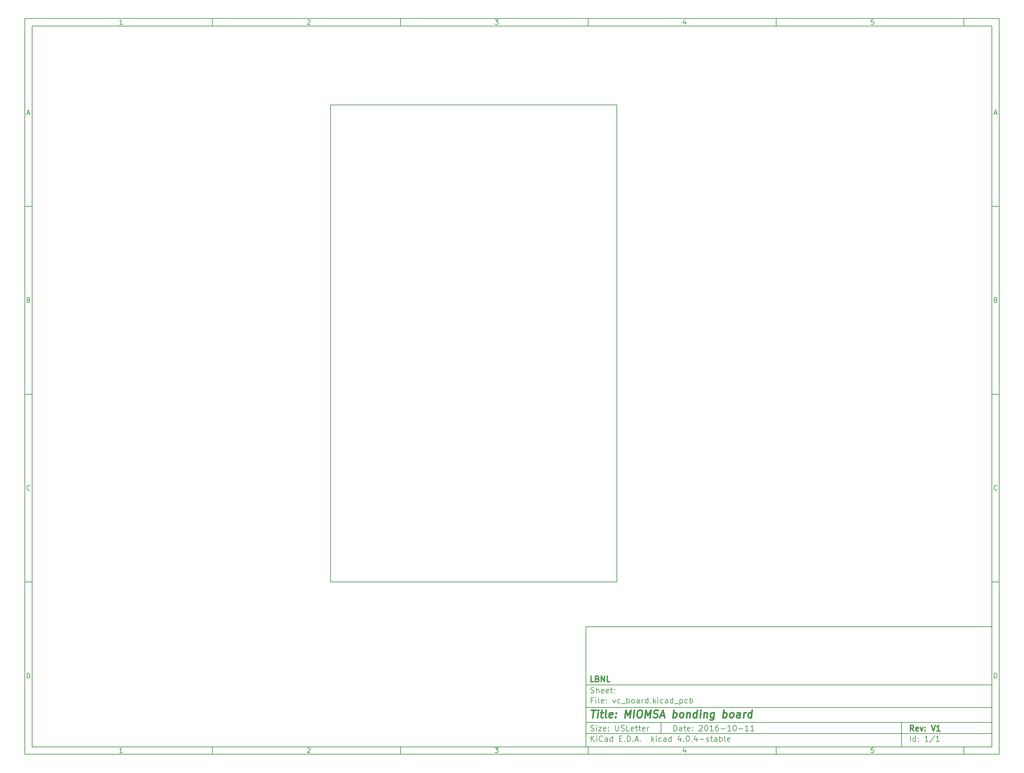
<source format=gbr>
G04 #@! TF.FileFunction,Profile,NP*
%FSLAX46Y46*%
G04 Gerber Fmt 4.6, Leading zero omitted, Abs format (unit mm)*
G04 Created by KiCad (PCBNEW 4.0.4-stable) date 2016 October 17, Monday 14:47:50*
%MOMM*%
%LPD*%
G01*
G04 APERTURE LIST*
%ADD10C,0.100000*%
%ADD11C,0.150000*%
%ADD12C,0.300000*%
%ADD13C,0.400000*%
G04 APERTURE END LIST*
D10*
D11*
X159400000Y-171900000D02*
X159400000Y-203900000D01*
X267400000Y-203900000D01*
X267400000Y-171900000D01*
X159400000Y-171900000D01*
D10*
D11*
X10000000Y-10000000D02*
X10000000Y-205900000D01*
X269400000Y-205900000D01*
X269400000Y-10000000D01*
X10000000Y-10000000D01*
D10*
D11*
X12000000Y-12000000D02*
X12000000Y-203900000D01*
X267400000Y-203900000D01*
X267400000Y-12000000D01*
X12000000Y-12000000D01*
D10*
D11*
X60000000Y-12000000D02*
X60000000Y-10000000D01*
D10*
D11*
X110000000Y-12000000D02*
X110000000Y-10000000D01*
D10*
D11*
X160000000Y-12000000D02*
X160000000Y-10000000D01*
D10*
D11*
X210000000Y-12000000D02*
X210000000Y-10000000D01*
D10*
D11*
X260000000Y-12000000D02*
X260000000Y-10000000D01*
D10*
D11*
X35990476Y-11588095D02*
X35247619Y-11588095D01*
X35619048Y-11588095D02*
X35619048Y-10288095D01*
X35495238Y-10473810D01*
X35371429Y-10597619D01*
X35247619Y-10659524D01*
D10*
D11*
X85247619Y-10411905D02*
X85309524Y-10350000D01*
X85433333Y-10288095D01*
X85742857Y-10288095D01*
X85866667Y-10350000D01*
X85928571Y-10411905D01*
X85990476Y-10535714D01*
X85990476Y-10659524D01*
X85928571Y-10845238D01*
X85185714Y-11588095D01*
X85990476Y-11588095D01*
D10*
D11*
X135185714Y-10288095D02*
X135990476Y-10288095D01*
X135557143Y-10783333D01*
X135742857Y-10783333D01*
X135866667Y-10845238D01*
X135928571Y-10907143D01*
X135990476Y-11030952D01*
X135990476Y-11340476D01*
X135928571Y-11464286D01*
X135866667Y-11526190D01*
X135742857Y-11588095D01*
X135371429Y-11588095D01*
X135247619Y-11526190D01*
X135185714Y-11464286D01*
D10*
D11*
X185866667Y-10721429D02*
X185866667Y-11588095D01*
X185557143Y-10226190D02*
X185247619Y-11154762D01*
X186052381Y-11154762D01*
D10*
D11*
X235928571Y-10288095D02*
X235309524Y-10288095D01*
X235247619Y-10907143D01*
X235309524Y-10845238D01*
X235433333Y-10783333D01*
X235742857Y-10783333D01*
X235866667Y-10845238D01*
X235928571Y-10907143D01*
X235990476Y-11030952D01*
X235990476Y-11340476D01*
X235928571Y-11464286D01*
X235866667Y-11526190D01*
X235742857Y-11588095D01*
X235433333Y-11588095D01*
X235309524Y-11526190D01*
X235247619Y-11464286D01*
D10*
D11*
X60000000Y-203900000D02*
X60000000Y-205900000D01*
D10*
D11*
X110000000Y-203900000D02*
X110000000Y-205900000D01*
D10*
D11*
X160000000Y-203900000D02*
X160000000Y-205900000D01*
D10*
D11*
X210000000Y-203900000D02*
X210000000Y-205900000D01*
D10*
D11*
X260000000Y-203900000D02*
X260000000Y-205900000D01*
D10*
D11*
X35990476Y-205488095D02*
X35247619Y-205488095D01*
X35619048Y-205488095D02*
X35619048Y-204188095D01*
X35495238Y-204373810D01*
X35371429Y-204497619D01*
X35247619Y-204559524D01*
D10*
D11*
X85247619Y-204311905D02*
X85309524Y-204250000D01*
X85433333Y-204188095D01*
X85742857Y-204188095D01*
X85866667Y-204250000D01*
X85928571Y-204311905D01*
X85990476Y-204435714D01*
X85990476Y-204559524D01*
X85928571Y-204745238D01*
X85185714Y-205488095D01*
X85990476Y-205488095D01*
D10*
D11*
X135185714Y-204188095D02*
X135990476Y-204188095D01*
X135557143Y-204683333D01*
X135742857Y-204683333D01*
X135866667Y-204745238D01*
X135928571Y-204807143D01*
X135990476Y-204930952D01*
X135990476Y-205240476D01*
X135928571Y-205364286D01*
X135866667Y-205426190D01*
X135742857Y-205488095D01*
X135371429Y-205488095D01*
X135247619Y-205426190D01*
X135185714Y-205364286D01*
D10*
D11*
X185866667Y-204621429D02*
X185866667Y-205488095D01*
X185557143Y-204126190D02*
X185247619Y-205054762D01*
X186052381Y-205054762D01*
D10*
D11*
X235928571Y-204188095D02*
X235309524Y-204188095D01*
X235247619Y-204807143D01*
X235309524Y-204745238D01*
X235433333Y-204683333D01*
X235742857Y-204683333D01*
X235866667Y-204745238D01*
X235928571Y-204807143D01*
X235990476Y-204930952D01*
X235990476Y-205240476D01*
X235928571Y-205364286D01*
X235866667Y-205426190D01*
X235742857Y-205488095D01*
X235433333Y-205488095D01*
X235309524Y-205426190D01*
X235247619Y-205364286D01*
D10*
D11*
X10000000Y-60000000D02*
X12000000Y-60000000D01*
D10*
D11*
X10000000Y-110000000D02*
X12000000Y-110000000D01*
D10*
D11*
X10000000Y-160000000D02*
X12000000Y-160000000D01*
D10*
D11*
X10690476Y-35216667D02*
X11309524Y-35216667D01*
X10566667Y-35588095D02*
X11000000Y-34288095D01*
X11433333Y-35588095D01*
D10*
D11*
X11092857Y-84907143D02*
X11278571Y-84969048D01*
X11340476Y-85030952D01*
X11402381Y-85154762D01*
X11402381Y-85340476D01*
X11340476Y-85464286D01*
X11278571Y-85526190D01*
X11154762Y-85588095D01*
X10659524Y-85588095D01*
X10659524Y-84288095D01*
X11092857Y-84288095D01*
X11216667Y-84350000D01*
X11278571Y-84411905D01*
X11340476Y-84535714D01*
X11340476Y-84659524D01*
X11278571Y-84783333D01*
X11216667Y-84845238D01*
X11092857Y-84907143D01*
X10659524Y-84907143D01*
D10*
D11*
X11402381Y-135464286D02*
X11340476Y-135526190D01*
X11154762Y-135588095D01*
X11030952Y-135588095D01*
X10845238Y-135526190D01*
X10721429Y-135402381D01*
X10659524Y-135278571D01*
X10597619Y-135030952D01*
X10597619Y-134845238D01*
X10659524Y-134597619D01*
X10721429Y-134473810D01*
X10845238Y-134350000D01*
X11030952Y-134288095D01*
X11154762Y-134288095D01*
X11340476Y-134350000D01*
X11402381Y-134411905D01*
D10*
D11*
X10659524Y-185588095D02*
X10659524Y-184288095D01*
X10969048Y-184288095D01*
X11154762Y-184350000D01*
X11278571Y-184473810D01*
X11340476Y-184597619D01*
X11402381Y-184845238D01*
X11402381Y-185030952D01*
X11340476Y-185278571D01*
X11278571Y-185402381D01*
X11154762Y-185526190D01*
X10969048Y-185588095D01*
X10659524Y-185588095D01*
D10*
D11*
X269400000Y-60000000D02*
X267400000Y-60000000D01*
D10*
D11*
X269400000Y-110000000D02*
X267400000Y-110000000D01*
D10*
D11*
X269400000Y-160000000D02*
X267400000Y-160000000D01*
D10*
D11*
X268090476Y-35216667D02*
X268709524Y-35216667D01*
X267966667Y-35588095D02*
X268400000Y-34288095D01*
X268833333Y-35588095D01*
D10*
D11*
X268492857Y-84907143D02*
X268678571Y-84969048D01*
X268740476Y-85030952D01*
X268802381Y-85154762D01*
X268802381Y-85340476D01*
X268740476Y-85464286D01*
X268678571Y-85526190D01*
X268554762Y-85588095D01*
X268059524Y-85588095D01*
X268059524Y-84288095D01*
X268492857Y-84288095D01*
X268616667Y-84350000D01*
X268678571Y-84411905D01*
X268740476Y-84535714D01*
X268740476Y-84659524D01*
X268678571Y-84783333D01*
X268616667Y-84845238D01*
X268492857Y-84907143D01*
X268059524Y-84907143D01*
D10*
D11*
X268802381Y-135464286D02*
X268740476Y-135526190D01*
X268554762Y-135588095D01*
X268430952Y-135588095D01*
X268245238Y-135526190D01*
X268121429Y-135402381D01*
X268059524Y-135278571D01*
X267997619Y-135030952D01*
X267997619Y-134845238D01*
X268059524Y-134597619D01*
X268121429Y-134473810D01*
X268245238Y-134350000D01*
X268430952Y-134288095D01*
X268554762Y-134288095D01*
X268740476Y-134350000D01*
X268802381Y-134411905D01*
D10*
D11*
X268059524Y-185588095D02*
X268059524Y-184288095D01*
X268369048Y-184288095D01*
X268554762Y-184350000D01*
X268678571Y-184473810D01*
X268740476Y-184597619D01*
X268802381Y-184845238D01*
X268802381Y-185030952D01*
X268740476Y-185278571D01*
X268678571Y-185402381D01*
X268554762Y-185526190D01*
X268369048Y-185588095D01*
X268059524Y-185588095D01*
D10*
D11*
X182757143Y-199678571D02*
X182757143Y-198178571D01*
X183114286Y-198178571D01*
X183328571Y-198250000D01*
X183471429Y-198392857D01*
X183542857Y-198535714D01*
X183614286Y-198821429D01*
X183614286Y-199035714D01*
X183542857Y-199321429D01*
X183471429Y-199464286D01*
X183328571Y-199607143D01*
X183114286Y-199678571D01*
X182757143Y-199678571D01*
X184900000Y-199678571D02*
X184900000Y-198892857D01*
X184828571Y-198750000D01*
X184685714Y-198678571D01*
X184400000Y-198678571D01*
X184257143Y-198750000D01*
X184900000Y-199607143D02*
X184757143Y-199678571D01*
X184400000Y-199678571D01*
X184257143Y-199607143D01*
X184185714Y-199464286D01*
X184185714Y-199321429D01*
X184257143Y-199178571D01*
X184400000Y-199107143D01*
X184757143Y-199107143D01*
X184900000Y-199035714D01*
X185400000Y-198678571D02*
X185971429Y-198678571D01*
X185614286Y-198178571D02*
X185614286Y-199464286D01*
X185685714Y-199607143D01*
X185828572Y-199678571D01*
X185971429Y-199678571D01*
X187042857Y-199607143D02*
X186900000Y-199678571D01*
X186614286Y-199678571D01*
X186471429Y-199607143D01*
X186400000Y-199464286D01*
X186400000Y-198892857D01*
X186471429Y-198750000D01*
X186614286Y-198678571D01*
X186900000Y-198678571D01*
X187042857Y-198750000D01*
X187114286Y-198892857D01*
X187114286Y-199035714D01*
X186400000Y-199178571D01*
X187757143Y-199535714D02*
X187828571Y-199607143D01*
X187757143Y-199678571D01*
X187685714Y-199607143D01*
X187757143Y-199535714D01*
X187757143Y-199678571D01*
X187757143Y-198750000D02*
X187828571Y-198821429D01*
X187757143Y-198892857D01*
X187685714Y-198821429D01*
X187757143Y-198750000D01*
X187757143Y-198892857D01*
X189542857Y-198321429D02*
X189614286Y-198250000D01*
X189757143Y-198178571D01*
X190114286Y-198178571D01*
X190257143Y-198250000D01*
X190328572Y-198321429D01*
X190400000Y-198464286D01*
X190400000Y-198607143D01*
X190328572Y-198821429D01*
X189471429Y-199678571D01*
X190400000Y-199678571D01*
X191328571Y-198178571D02*
X191471428Y-198178571D01*
X191614285Y-198250000D01*
X191685714Y-198321429D01*
X191757143Y-198464286D01*
X191828571Y-198750000D01*
X191828571Y-199107143D01*
X191757143Y-199392857D01*
X191685714Y-199535714D01*
X191614285Y-199607143D01*
X191471428Y-199678571D01*
X191328571Y-199678571D01*
X191185714Y-199607143D01*
X191114285Y-199535714D01*
X191042857Y-199392857D01*
X190971428Y-199107143D01*
X190971428Y-198750000D01*
X191042857Y-198464286D01*
X191114285Y-198321429D01*
X191185714Y-198250000D01*
X191328571Y-198178571D01*
X193257142Y-199678571D02*
X192399999Y-199678571D01*
X192828571Y-199678571D02*
X192828571Y-198178571D01*
X192685714Y-198392857D01*
X192542856Y-198535714D01*
X192399999Y-198607143D01*
X194542856Y-198178571D02*
X194257142Y-198178571D01*
X194114285Y-198250000D01*
X194042856Y-198321429D01*
X193899999Y-198535714D01*
X193828570Y-198821429D01*
X193828570Y-199392857D01*
X193899999Y-199535714D01*
X193971427Y-199607143D01*
X194114285Y-199678571D01*
X194399999Y-199678571D01*
X194542856Y-199607143D01*
X194614285Y-199535714D01*
X194685713Y-199392857D01*
X194685713Y-199035714D01*
X194614285Y-198892857D01*
X194542856Y-198821429D01*
X194399999Y-198750000D01*
X194114285Y-198750000D01*
X193971427Y-198821429D01*
X193899999Y-198892857D01*
X193828570Y-199035714D01*
X195328570Y-199107143D02*
X196471427Y-199107143D01*
X197971427Y-199678571D02*
X197114284Y-199678571D01*
X197542856Y-199678571D02*
X197542856Y-198178571D01*
X197399999Y-198392857D01*
X197257141Y-198535714D01*
X197114284Y-198607143D01*
X198899998Y-198178571D02*
X199042855Y-198178571D01*
X199185712Y-198250000D01*
X199257141Y-198321429D01*
X199328570Y-198464286D01*
X199399998Y-198750000D01*
X199399998Y-199107143D01*
X199328570Y-199392857D01*
X199257141Y-199535714D01*
X199185712Y-199607143D01*
X199042855Y-199678571D01*
X198899998Y-199678571D01*
X198757141Y-199607143D01*
X198685712Y-199535714D01*
X198614284Y-199392857D01*
X198542855Y-199107143D01*
X198542855Y-198750000D01*
X198614284Y-198464286D01*
X198685712Y-198321429D01*
X198757141Y-198250000D01*
X198899998Y-198178571D01*
X200042855Y-199107143D02*
X201185712Y-199107143D01*
X202685712Y-199678571D02*
X201828569Y-199678571D01*
X202257141Y-199678571D02*
X202257141Y-198178571D01*
X202114284Y-198392857D01*
X201971426Y-198535714D01*
X201828569Y-198607143D01*
X204114283Y-199678571D02*
X203257140Y-199678571D01*
X203685712Y-199678571D02*
X203685712Y-198178571D01*
X203542855Y-198392857D01*
X203399997Y-198535714D01*
X203257140Y-198607143D01*
D10*
D11*
X159400000Y-200400000D02*
X267400000Y-200400000D01*
D10*
D11*
X160757143Y-202478571D02*
X160757143Y-200978571D01*
X161614286Y-202478571D02*
X160971429Y-201621429D01*
X161614286Y-200978571D02*
X160757143Y-201835714D01*
X162257143Y-202478571D02*
X162257143Y-201478571D01*
X162257143Y-200978571D02*
X162185714Y-201050000D01*
X162257143Y-201121429D01*
X162328571Y-201050000D01*
X162257143Y-200978571D01*
X162257143Y-201121429D01*
X163828572Y-202335714D02*
X163757143Y-202407143D01*
X163542857Y-202478571D01*
X163400000Y-202478571D01*
X163185715Y-202407143D01*
X163042857Y-202264286D01*
X162971429Y-202121429D01*
X162900000Y-201835714D01*
X162900000Y-201621429D01*
X162971429Y-201335714D01*
X163042857Y-201192857D01*
X163185715Y-201050000D01*
X163400000Y-200978571D01*
X163542857Y-200978571D01*
X163757143Y-201050000D01*
X163828572Y-201121429D01*
X165114286Y-202478571D02*
X165114286Y-201692857D01*
X165042857Y-201550000D01*
X164900000Y-201478571D01*
X164614286Y-201478571D01*
X164471429Y-201550000D01*
X165114286Y-202407143D02*
X164971429Y-202478571D01*
X164614286Y-202478571D01*
X164471429Y-202407143D01*
X164400000Y-202264286D01*
X164400000Y-202121429D01*
X164471429Y-201978571D01*
X164614286Y-201907143D01*
X164971429Y-201907143D01*
X165114286Y-201835714D01*
X166471429Y-202478571D02*
X166471429Y-200978571D01*
X166471429Y-202407143D02*
X166328572Y-202478571D01*
X166042858Y-202478571D01*
X165900000Y-202407143D01*
X165828572Y-202335714D01*
X165757143Y-202192857D01*
X165757143Y-201764286D01*
X165828572Y-201621429D01*
X165900000Y-201550000D01*
X166042858Y-201478571D01*
X166328572Y-201478571D01*
X166471429Y-201550000D01*
X168328572Y-201692857D02*
X168828572Y-201692857D01*
X169042858Y-202478571D02*
X168328572Y-202478571D01*
X168328572Y-200978571D01*
X169042858Y-200978571D01*
X169685715Y-202335714D02*
X169757143Y-202407143D01*
X169685715Y-202478571D01*
X169614286Y-202407143D01*
X169685715Y-202335714D01*
X169685715Y-202478571D01*
X170400001Y-202478571D02*
X170400001Y-200978571D01*
X170757144Y-200978571D01*
X170971429Y-201050000D01*
X171114287Y-201192857D01*
X171185715Y-201335714D01*
X171257144Y-201621429D01*
X171257144Y-201835714D01*
X171185715Y-202121429D01*
X171114287Y-202264286D01*
X170971429Y-202407143D01*
X170757144Y-202478571D01*
X170400001Y-202478571D01*
X171900001Y-202335714D02*
X171971429Y-202407143D01*
X171900001Y-202478571D01*
X171828572Y-202407143D01*
X171900001Y-202335714D01*
X171900001Y-202478571D01*
X172542858Y-202050000D02*
X173257144Y-202050000D01*
X172400001Y-202478571D02*
X172900001Y-200978571D01*
X173400001Y-202478571D01*
X173900001Y-202335714D02*
X173971429Y-202407143D01*
X173900001Y-202478571D01*
X173828572Y-202407143D01*
X173900001Y-202335714D01*
X173900001Y-202478571D01*
X176900001Y-202478571D02*
X176900001Y-200978571D01*
X177042858Y-201907143D02*
X177471429Y-202478571D01*
X177471429Y-201478571D02*
X176900001Y-202050000D01*
X178114287Y-202478571D02*
X178114287Y-201478571D01*
X178114287Y-200978571D02*
X178042858Y-201050000D01*
X178114287Y-201121429D01*
X178185715Y-201050000D01*
X178114287Y-200978571D01*
X178114287Y-201121429D01*
X179471430Y-202407143D02*
X179328573Y-202478571D01*
X179042859Y-202478571D01*
X178900001Y-202407143D01*
X178828573Y-202335714D01*
X178757144Y-202192857D01*
X178757144Y-201764286D01*
X178828573Y-201621429D01*
X178900001Y-201550000D01*
X179042859Y-201478571D01*
X179328573Y-201478571D01*
X179471430Y-201550000D01*
X180757144Y-202478571D02*
X180757144Y-201692857D01*
X180685715Y-201550000D01*
X180542858Y-201478571D01*
X180257144Y-201478571D01*
X180114287Y-201550000D01*
X180757144Y-202407143D02*
X180614287Y-202478571D01*
X180257144Y-202478571D01*
X180114287Y-202407143D01*
X180042858Y-202264286D01*
X180042858Y-202121429D01*
X180114287Y-201978571D01*
X180257144Y-201907143D01*
X180614287Y-201907143D01*
X180757144Y-201835714D01*
X182114287Y-202478571D02*
X182114287Y-200978571D01*
X182114287Y-202407143D02*
X181971430Y-202478571D01*
X181685716Y-202478571D01*
X181542858Y-202407143D01*
X181471430Y-202335714D01*
X181400001Y-202192857D01*
X181400001Y-201764286D01*
X181471430Y-201621429D01*
X181542858Y-201550000D01*
X181685716Y-201478571D01*
X181971430Y-201478571D01*
X182114287Y-201550000D01*
X184614287Y-201478571D02*
X184614287Y-202478571D01*
X184257144Y-200907143D02*
X183900001Y-201978571D01*
X184828573Y-201978571D01*
X185400001Y-202335714D02*
X185471429Y-202407143D01*
X185400001Y-202478571D01*
X185328572Y-202407143D01*
X185400001Y-202335714D01*
X185400001Y-202478571D01*
X186400001Y-200978571D02*
X186542858Y-200978571D01*
X186685715Y-201050000D01*
X186757144Y-201121429D01*
X186828573Y-201264286D01*
X186900001Y-201550000D01*
X186900001Y-201907143D01*
X186828573Y-202192857D01*
X186757144Y-202335714D01*
X186685715Y-202407143D01*
X186542858Y-202478571D01*
X186400001Y-202478571D01*
X186257144Y-202407143D01*
X186185715Y-202335714D01*
X186114287Y-202192857D01*
X186042858Y-201907143D01*
X186042858Y-201550000D01*
X186114287Y-201264286D01*
X186185715Y-201121429D01*
X186257144Y-201050000D01*
X186400001Y-200978571D01*
X187542858Y-202335714D02*
X187614286Y-202407143D01*
X187542858Y-202478571D01*
X187471429Y-202407143D01*
X187542858Y-202335714D01*
X187542858Y-202478571D01*
X188900001Y-201478571D02*
X188900001Y-202478571D01*
X188542858Y-200907143D02*
X188185715Y-201978571D01*
X189114287Y-201978571D01*
X189685715Y-201907143D02*
X190828572Y-201907143D01*
X191471429Y-202407143D02*
X191614286Y-202478571D01*
X191900001Y-202478571D01*
X192042858Y-202407143D01*
X192114286Y-202264286D01*
X192114286Y-202192857D01*
X192042858Y-202050000D01*
X191900001Y-201978571D01*
X191685715Y-201978571D01*
X191542858Y-201907143D01*
X191471429Y-201764286D01*
X191471429Y-201692857D01*
X191542858Y-201550000D01*
X191685715Y-201478571D01*
X191900001Y-201478571D01*
X192042858Y-201550000D01*
X192542858Y-201478571D02*
X193114287Y-201478571D01*
X192757144Y-200978571D02*
X192757144Y-202264286D01*
X192828572Y-202407143D01*
X192971430Y-202478571D01*
X193114287Y-202478571D01*
X194257144Y-202478571D02*
X194257144Y-201692857D01*
X194185715Y-201550000D01*
X194042858Y-201478571D01*
X193757144Y-201478571D01*
X193614287Y-201550000D01*
X194257144Y-202407143D02*
X194114287Y-202478571D01*
X193757144Y-202478571D01*
X193614287Y-202407143D01*
X193542858Y-202264286D01*
X193542858Y-202121429D01*
X193614287Y-201978571D01*
X193757144Y-201907143D01*
X194114287Y-201907143D01*
X194257144Y-201835714D01*
X194971430Y-202478571D02*
X194971430Y-200978571D01*
X194971430Y-201550000D02*
X195114287Y-201478571D01*
X195400001Y-201478571D01*
X195542858Y-201550000D01*
X195614287Y-201621429D01*
X195685716Y-201764286D01*
X195685716Y-202192857D01*
X195614287Y-202335714D01*
X195542858Y-202407143D01*
X195400001Y-202478571D01*
X195114287Y-202478571D01*
X194971430Y-202407143D01*
X196542859Y-202478571D02*
X196400001Y-202407143D01*
X196328573Y-202264286D01*
X196328573Y-200978571D01*
X197685715Y-202407143D02*
X197542858Y-202478571D01*
X197257144Y-202478571D01*
X197114287Y-202407143D01*
X197042858Y-202264286D01*
X197042858Y-201692857D01*
X197114287Y-201550000D01*
X197257144Y-201478571D01*
X197542858Y-201478571D01*
X197685715Y-201550000D01*
X197757144Y-201692857D01*
X197757144Y-201835714D01*
X197042858Y-201978571D01*
D10*
D11*
X159400000Y-197400000D02*
X267400000Y-197400000D01*
D10*
D12*
X246614286Y-199678571D02*
X246114286Y-198964286D01*
X245757143Y-199678571D02*
X245757143Y-198178571D01*
X246328571Y-198178571D01*
X246471429Y-198250000D01*
X246542857Y-198321429D01*
X246614286Y-198464286D01*
X246614286Y-198678571D01*
X246542857Y-198821429D01*
X246471429Y-198892857D01*
X246328571Y-198964286D01*
X245757143Y-198964286D01*
X247828571Y-199607143D02*
X247685714Y-199678571D01*
X247400000Y-199678571D01*
X247257143Y-199607143D01*
X247185714Y-199464286D01*
X247185714Y-198892857D01*
X247257143Y-198750000D01*
X247400000Y-198678571D01*
X247685714Y-198678571D01*
X247828571Y-198750000D01*
X247900000Y-198892857D01*
X247900000Y-199035714D01*
X247185714Y-199178571D01*
X248400000Y-198678571D02*
X248757143Y-199678571D01*
X249114285Y-198678571D01*
X249685714Y-199535714D02*
X249757142Y-199607143D01*
X249685714Y-199678571D01*
X249614285Y-199607143D01*
X249685714Y-199535714D01*
X249685714Y-199678571D01*
X249685714Y-198750000D02*
X249757142Y-198821429D01*
X249685714Y-198892857D01*
X249614285Y-198821429D01*
X249685714Y-198750000D01*
X249685714Y-198892857D01*
X251328571Y-198178571D02*
X251828571Y-199678571D01*
X252328571Y-198178571D01*
X253614285Y-199678571D02*
X252757142Y-199678571D01*
X253185714Y-199678571D02*
X253185714Y-198178571D01*
X253042857Y-198392857D01*
X252899999Y-198535714D01*
X252757142Y-198607143D01*
D10*
D11*
X160685714Y-199607143D02*
X160900000Y-199678571D01*
X161257143Y-199678571D01*
X161400000Y-199607143D01*
X161471429Y-199535714D01*
X161542857Y-199392857D01*
X161542857Y-199250000D01*
X161471429Y-199107143D01*
X161400000Y-199035714D01*
X161257143Y-198964286D01*
X160971429Y-198892857D01*
X160828571Y-198821429D01*
X160757143Y-198750000D01*
X160685714Y-198607143D01*
X160685714Y-198464286D01*
X160757143Y-198321429D01*
X160828571Y-198250000D01*
X160971429Y-198178571D01*
X161328571Y-198178571D01*
X161542857Y-198250000D01*
X162185714Y-199678571D02*
X162185714Y-198678571D01*
X162185714Y-198178571D02*
X162114285Y-198250000D01*
X162185714Y-198321429D01*
X162257142Y-198250000D01*
X162185714Y-198178571D01*
X162185714Y-198321429D01*
X162757143Y-198678571D02*
X163542857Y-198678571D01*
X162757143Y-199678571D01*
X163542857Y-199678571D01*
X164685714Y-199607143D02*
X164542857Y-199678571D01*
X164257143Y-199678571D01*
X164114286Y-199607143D01*
X164042857Y-199464286D01*
X164042857Y-198892857D01*
X164114286Y-198750000D01*
X164257143Y-198678571D01*
X164542857Y-198678571D01*
X164685714Y-198750000D01*
X164757143Y-198892857D01*
X164757143Y-199035714D01*
X164042857Y-199178571D01*
X165400000Y-199535714D02*
X165471428Y-199607143D01*
X165400000Y-199678571D01*
X165328571Y-199607143D01*
X165400000Y-199535714D01*
X165400000Y-199678571D01*
X165400000Y-198750000D02*
X165471428Y-198821429D01*
X165400000Y-198892857D01*
X165328571Y-198821429D01*
X165400000Y-198750000D01*
X165400000Y-198892857D01*
X167257143Y-198178571D02*
X167257143Y-199392857D01*
X167328571Y-199535714D01*
X167400000Y-199607143D01*
X167542857Y-199678571D01*
X167828571Y-199678571D01*
X167971429Y-199607143D01*
X168042857Y-199535714D01*
X168114286Y-199392857D01*
X168114286Y-198178571D01*
X168757143Y-199607143D02*
X168971429Y-199678571D01*
X169328572Y-199678571D01*
X169471429Y-199607143D01*
X169542858Y-199535714D01*
X169614286Y-199392857D01*
X169614286Y-199250000D01*
X169542858Y-199107143D01*
X169471429Y-199035714D01*
X169328572Y-198964286D01*
X169042858Y-198892857D01*
X168900000Y-198821429D01*
X168828572Y-198750000D01*
X168757143Y-198607143D01*
X168757143Y-198464286D01*
X168828572Y-198321429D01*
X168900000Y-198250000D01*
X169042858Y-198178571D01*
X169400000Y-198178571D01*
X169614286Y-198250000D01*
X170971429Y-199678571D02*
X170257143Y-199678571D01*
X170257143Y-198178571D01*
X172042857Y-199607143D02*
X171900000Y-199678571D01*
X171614286Y-199678571D01*
X171471429Y-199607143D01*
X171400000Y-199464286D01*
X171400000Y-198892857D01*
X171471429Y-198750000D01*
X171614286Y-198678571D01*
X171900000Y-198678571D01*
X172042857Y-198750000D01*
X172114286Y-198892857D01*
X172114286Y-199035714D01*
X171400000Y-199178571D01*
X172542857Y-198678571D02*
X173114286Y-198678571D01*
X172757143Y-198178571D02*
X172757143Y-199464286D01*
X172828571Y-199607143D01*
X172971429Y-199678571D01*
X173114286Y-199678571D01*
X173400000Y-198678571D02*
X173971429Y-198678571D01*
X173614286Y-198178571D02*
X173614286Y-199464286D01*
X173685714Y-199607143D01*
X173828572Y-199678571D01*
X173971429Y-199678571D01*
X175042857Y-199607143D02*
X174900000Y-199678571D01*
X174614286Y-199678571D01*
X174471429Y-199607143D01*
X174400000Y-199464286D01*
X174400000Y-198892857D01*
X174471429Y-198750000D01*
X174614286Y-198678571D01*
X174900000Y-198678571D01*
X175042857Y-198750000D01*
X175114286Y-198892857D01*
X175114286Y-199035714D01*
X174400000Y-199178571D01*
X175757143Y-199678571D02*
X175757143Y-198678571D01*
X175757143Y-198964286D02*
X175828571Y-198821429D01*
X175900000Y-198750000D01*
X176042857Y-198678571D01*
X176185714Y-198678571D01*
D10*
D11*
X245757143Y-202478571D02*
X245757143Y-200978571D01*
X247114286Y-202478571D02*
X247114286Y-200978571D01*
X247114286Y-202407143D02*
X246971429Y-202478571D01*
X246685715Y-202478571D01*
X246542857Y-202407143D01*
X246471429Y-202335714D01*
X246400000Y-202192857D01*
X246400000Y-201764286D01*
X246471429Y-201621429D01*
X246542857Y-201550000D01*
X246685715Y-201478571D01*
X246971429Y-201478571D01*
X247114286Y-201550000D01*
X247828572Y-202335714D02*
X247900000Y-202407143D01*
X247828572Y-202478571D01*
X247757143Y-202407143D01*
X247828572Y-202335714D01*
X247828572Y-202478571D01*
X247828572Y-201550000D02*
X247900000Y-201621429D01*
X247828572Y-201692857D01*
X247757143Y-201621429D01*
X247828572Y-201550000D01*
X247828572Y-201692857D01*
X250471429Y-202478571D02*
X249614286Y-202478571D01*
X250042858Y-202478571D02*
X250042858Y-200978571D01*
X249900001Y-201192857D01*
X249757143Y-201335714D01*
X249614286Y-201407143D01*
X252185714Y-200907143D02*
X250900000Y-202835714D01*
X253471429Y-202478571D02*
X252614286Y-202478571D01*
X253042858Y-202478571D02*
X253042858Y-200978571D01*
X252900001Y-201192857D01*
X252757143Y-201335714D01*
X252614286Y-201407143D01*
D10*
D11*
X159400000Y-193400000D02*
X267400000Y-193400000D01*
D10*
D13*
X160852381Y-194104762D02*
X161995238Y-194104762D01*
X161173810Y-196104762D02*
X161423810Y-194104762D01*
X162411905Y-196104762D02*
X162578571Y-194771429D01*
X162661905Y-194104762D02*
X162554762Y-194200000D01*
X162638095Y-194295238D01*
X162745239Y-194200000D01*
X162661905Y-194104762D01*
X162638095Y-194295238D01*
X163245238Y-194771429D02*
X164007143Y-194771429D01*
X163614286Y-194104762D02*
X163400000Y-195819048D01*
X163471430Y-196009524D01*
X163650001Y-196104762D01*
X163840477Y-196104762D01*
X164792858Y-196104762D02*
X164614287Y-196009524D01*
X164542857Y-195819048D01*
X164757143Y-194104762D01*
X166328572Y-196009524D02*
X166126191Y-196104762D01*
X165745239Y-196104762D01*
X165566667Y-196009524D01*
X165495238Y-195819048D01*
X165590476Y-195057143D01*
X165709524Y-194866667D01*
X165911905Y-194771429D01*
X166292857Y-194771429D01*
X166471429Y-194866667D01*
X166542857Y-195057143D01*
X166519048Y-195247619D01*
X165542857Y-195438095D01*
X167292857Y-195914286D02*
X167376192Y-196009524D01*
X167269048Y-196104762D01*
X167185715Y-196009524D01*
X167292857Y-195914286D01*
X167269048Y-196104762D01*
X167423810Y-194866667D02*
X167507144Y-194961905D01*
X167400000Y-195057143D01*
X167316667Y-194961905D01*
X167423810Y-194866667D01*
X167400000Y-195057143D01*
X169745239Y-196104762D02*
X169995239Y-194104762D01*
X170483334Y-195533333D01*
X171328573Y-194104762D01*
X171078573Y-196104762D01*
X172030953Y-196104762D02*
X172280953Y-194104762D01*
X173614287Y-194104762D02*
X173995239Y-194104762D01*
X174173810Y-194200000D01*
X174340478Y-194390476D01*
X174388096Y-194771429D01*
X174304763Y-195438095D01*
X174161906Y-195819048D01*
X173947620Y-196009524D01*
X173745239Y-196104762D01*
X173364287Y-196104762D01*
X173185716Y-196009524D01*
X173019048Y-195819048D01*
X172971429Y-195438095D01*
X173054762Y-194771429D01*
X173197620Y-194390476D01*
X173411906Y-194200000D01*
X173614287Y-194104762D01*
X175078572Y-196104762D02*
X175328572Y-194104762D01*
X175816667Y-195533333D01*
X176661906Y-194104762D01*
X176411906Y-196104762D01*
X177280953Y-196009524D02*
X177554763Y-196104762D01*
X178030953Y-196104762D01*
X178233334Y-196009524D01*
X178340476Y-195914286D01*
X178459525Y-195723810D01*
X178483334Y-195533333D01*
X178411905Y-195342857D01*
X178328572Y-195247619D01*
X178150000Y-195152381D01*
X177780953Y-195057143D01*
X177602382Y-194961905D01*
X177519048Y-194866667D01*
X177447619Y-194676190D01*
X177471429Y-194485714D01*
X177590476Y-194295238D01*
X177697620Y-194200000D01*
X177900001Y-194104762D01*
X178376191Y-194104762D01*
X178650001Y-194200000D01*
X179245238Y-195533333D02*
X180197619Y-195533333D01*
X178983334Y-196104762D02*
X179900001Y-194104762D01*
X180316668Y-196104762D01*
X182507144Y-196104762D02*
X182757144Y-194104762D01*
X182661906Y-194866667D02*
X182864287Y-194771429D01*
X183245239Y-194771429D01*
X183423811Y-194866667D01*
X183507144Y-194961905D01*
X183578572Y-195152381D01*
X183507144Y-195723810D01*
X183388096Y-195914286D01*
X183280954Y-196009524D01*
X183078573Y-196104762D01*
X182697621Y-196104762D01*
X182519049Y-196009524D01*
X184602383Y-196104762D02*
X184423812Y-196009524D01*
X184340477Y-195914286D01*
X184269049Y-195723810D01*
X184340477Y-195152381D01*
X184459525Y-194961905D01*
X184566669Y-194866667D01*
X184769049Y-194771429D01*
X185054763Y-194771429D01*
X185233335Y-194866667D01*
X185316668Y-194961905D01*
X185388096Y-195152381D01*
X185316668Y-195723810D01*
X185197620Y-195914286D01*
X185090478Y-196009524D01*
X184888097Y-196104762D01*
X184602383Y-196104762D01*
X186292858Y-194771429D02*
X186126192Y-196104762D01*
X186269049Y-194961905D02*
X186376193Y-194866667D01*
X186578573Y-194771429D01*
X186864287Y-194771429D01*
X187042859Y-194866667D01*
X187114287Y-195057143D01*
X186983335Y-196104762D01*
X188792859Y-196104762D02*
X189042859Y-194104762D01*
X188804764Y-196009524D02*
X188602383Y-196104762D01*
X188221431Y-196104762D01*
X188042860Y-196009524D01*
X187959525Y-195914286D01*
X187888097Y-195723810D01*
X187959525Y-195152381D01*
X188078573Y-194961905D01*
X188185717Y-194866667D01*
X188388097Y-194771429D01*
X188769049Y-194771429D01*
X188947621Y-194866667D01*
X189745240Y-196104762D02*
X189911906Y-194771429D01*
X189995240Y-194104762D02*
X189888097Y-194200000D01*
X189971430Y-194295238D01*
X190078574Y-194200000D01*
X189995240Y-194104762D01*
X189971430Y-194295238D01*
X190864287Y-194771429D02*
X190697621Y-196104762D01*
X190840478Y-194961905D02*
X190947622Y-194866667D01*
X191150002Y-194771429D01*
X191435716Y-194771429D01*
X191614288Y-194866667D01*
X191685716Y-195057143D01*
X191554764Y-196104762D01*
X193530954Y-194771429D02*
X193328573Y-196390476D01*
X193209526Y-196580952D01*
X193102383Y-196676190D01*
X192900002Y-196771429D01*
X192614288Y-196771429D01*
X192435716Y-196676190D01*
X193376193Y-196009524D02*
X193173812Y-196104762D01*
X192792860Y-196104762D01*
X192614289Y-196009524D01*
X192530954Y-195914286D01*
X192459526Y-195723810D01*
X192530954Y-195152381D01*
X192650002Y-194961905D01*
X192757146Y-194866667D01*
X192959526Y-194771429D01*
X193340478Y-194771429D01*
X193519050Y-194866667D01*
X195840479Y-196104762D02*
X196090479Y-194104762D01*
X195995241Y-194866667D02*
X196197622Y-194771429D01*
X196578574Y-194771429D01*
X196757146Y-194866667D01*
X196840479Y-194961905D01*
X196911907Y-195152381D01*
X196840479Y-195723810D01*
X196721431Y-195914286D01*
X196614289Y-196009524D01*
X196411908Y-196104762D01*
X196030956Y-196104762D01*
X195852384Y-196009524D01*
X197935718Y-196104762D02*
X197757147Y-196009524D01*
X197673812Y-195914286D01*
X197602384Y-195723810D01*
X197673812Y-195152381D01*
X197792860Y-194961905D01*
X197900004Y-194866667D01*
X198102384Y-194771429D01*
X198388098Y-194771429D01*
X198566670Y-194866667D01*
X198650003Y-194961905D01*
X198721431Y-195152381D01*
X198650003Y-195723810D01*
X198530955Y-195914286D01*
X198423813Y-196009524D01*
X198221432Y-196104762D01*
X197935718Y-196104762D01*
X200316670Y-196104762D02*
X200447622Y-195057143D01*
X200376194Y-194866667D01*
X200197622Y-194771429D01*
X199816670Y-194771429D01*
X199614289Y-194866667D01*
X200328575Y-196009524D02*
X200126194Y-196104762D01*
X199650004Y-196104762D01*
X199471432Y-196009524D01*
X199400003Y-195819048D01*
X199423813Y-195628571D01*
X199542860Y-195438095D01*
X199745242Y-195342857D01*
X200221432Y-195342857D01*
X200423813Y-195247619D01*
X201269051Y-196104762D02*
X201435717Y-194771429D01*
X201388098Y-195152381D02*
X201507147Y-194961905D01*
X201614290Y-194866667D01*
X201816670Y-194771429D01*
X202007146Y-194771429D01*
X203364289Y-196104762D02*
X203614289Y-194104762D01*
X203376194Y-196009524D02*
X203173813Y-196104762D01*
X202792861Y-196104762D01*
X202614290Y-196009524D01*
X202530955Y-195914286D01*
X202459527Y-195723810D01*
X202530955Y-195152381D01*
X202650003Y-194961905D01*
X202757147Y-194866667D01*
X202959527Y-194771429D01*
X203340479Y-194771429D01*
X203519051Y-194866667D01*
D10*
D11*
X161257143Y-191492857D02*
X160757143Y-191492857D01*
X160757143Y-192278571D02*
X160757143Y-190778571D01*
X161471429Y-190778571D01*
X162042857Y-192278571D02*
X162042857Y-191278571D01*
X162042857Y-190778571D02*
X161971428Y-190850000D01*
X162042857Y-190921429D01*
X162114285Y-190850000D01*
X162042857Y-190778571D01*
X162042857Y-190921429D01*
X162971429Y-192278571D02*
X162828571Y-192207143D01*
X162757143Y-192064286D01*
X162757143Y-190778571D01*
X164114285Y-192207143D02*
X163971428Y-192278571D01*
X163685714Y-192278571D01*
X163542857Y-192207143D01*
X163471428Y-192064286D01*
X163471428Y-191492857D01*
X163542857Y-191350000D01*
X163685714Y-191278571D01*
X163971428Y-191278571D01*
X164114285Y-191350000D01*
X164185714Y-191492857D01*
X164185714Y-191635714D01*
X163471428Y-191778571D01*
X164828571Y-192135714D02*
X164899999Y-192207143D01*
X164828571Y-192278571D01*
X164757142Y-192207143D01*
X164828571Y-192135714D01*
X164828571Y-192278571D01*
X164828571Y-191350000D02*
X164899999Y-191421429D01*
X164828571Y-191492857D01*
X164757142Y-191421429D01*
X164828571Y-191350000D01*
X164828571Y-191492857D01*
X166542857Y-191278571D02*
X166900000Y-192278571D01*
X167257142Y-191278571D01*
X168471428Y-192207143D02*
X168328571Y-192278571D01*
X168042857Y-192278571D01*
X167899999Y-192207143D01*
X167828571Y-192135714D01*
X167757142Y-191992857D01*
X167757142Y-191564286D01*
X167828571Y-191421429D01*
X167899999Y-191350000D01*
X168042857Y-191278571D01*
X168328571Y-191278571D01*
X168471428Y-191350000D01*
X168757142Y-192421429D02*
X169899999Y-192421429D01*
X170257142Y-192278571D02*
X170257142Y-190778571D01*
X170257142Y-191350000D02*
X170399999Y-191278571D01*
X170685713Y-191278571D01*
X170828570Y-191350000D01*
X170899999Y-191421429D01*
X170971428Y-191564286D01*
X170971428Y-191992857D01*
X170899999Y-192135714D01*
X170828570Y-192207143D01*
X170685713Y-192278571D01*
X170399999Y-192278571D01*
X170257142Y-192207143D01*
X171828571Y-192278571D02*
X171685713Y-192207143D01*
X171614285Y-192135714D01*
X171542856Y-191992857D01*
X171542856Y-191564286D01*
X171614285Y-191421429D01*
X171685713Y-191350000D01*
X171828571Y-191278571D01*
X172042856Y-191278571D01*
X172185713Y-191350000D01*
X172257142Y-191421429D01*
X172328571Y-191564286D01*
X172328571Y-191992857D01*
X172257142Y-192135714D01*
X172185713Y-192207143D01*
X172042856Y-192278571D01*
X171828571Y-192278571D01*
X173614285Y-192278571D02*
X173614285Y-191492857D01*
X173542856Y-191350000D01*
X173399999Y-191278571D01*
X173114285Y-191278571D01*
X172971428Y-191350000D01*
X173614285Y-192207143D02*
X173471428Y-192278571D01*
X173114285Y-192278571D01*
X172971428Y-192207143D01*
X172899999Y-192064286D01*
X172899999Y-191921429D01*
X172971428Y-191778571D01*
X173114285Y-191707143D01*
X173471428Y-191707143D01*
X173614285Y-191635714D01*
X174328571Y-192278571D02*
X174328571Y-191278571D01*
X174328571Y-191564286D02*
X174399999Y-191421429D01*
X174471428Y-191350000D01*
X174614285Y-191278571D01*
X174757142Y-191278571D01*
X175899999Y-192278571D02*
X175899999Y-190778571D01*
X175899999Y-192207143D02*
X175757142Y-192278571D01*
X175471428Y-192278571D01*
X175328570Y-192207143D01*
X175257142Y-192135714D01*
X175185713Y-191992857D01*
X175185713Y-191564286D01*
X175257142Y-191421429D01*
X175328570Y-191350000D01*
X175471428Y-191278571D01*
X175757142Y-191278571D01*
X175899999Y-191350000D01*
X176614285Y-192135714D02*
X176685713Y-192207143D01*
X176614285Y-192278571D01*
X176542856Y-192207143D01*
X176614285Y-192135714D01*
X176614285Y-192278571D01*
X177328571Y-192278571D02*
X177328571Y-190778571D01*
X177471428Y-191707143D02*
X177899999Y-192278571D01*
X177899999Y-191278571D02*
X177328571Y-191850000D01*
X178542857Y-192278571D02*
X178542857Y-191278571D01*
X178542857Y-190778571D02*
X178471428Y-190850000D01*
X178542857Y-190921429D01*
X178614285Y-190850000D01*
X178542857Y-190778571D01*
X178542857Y-190921429D01*
X179900000Y-192207143D02*
X179757143Y-192278571D01*
X179471429Y-192278571D01*
X179328571Y-192207143D01*
X179257143Y-192135714D01*
X179185714Y-191992857D01*
X179185714Y-191564286D01*
X179257143Y-191421429D01*
X179328571Y-191350000D01*
X179471429Y-191278571D01*
X179757143Y-191278571D01*
X179900000Y-191350000D01*
X181185714Y-192278571D02*
X181185714Y-191492857D01*
X181114285Y-191350000D01*
X180971428Y-191278571D01*
X180685714Y-191278571D01*
X180542857Y-191350000D01*
X181185714Y-192207143D02*
X181042857Y-192278571D01*
X180685714Y-192278571D01*
X180542857Y-192207143D01*
X180471428Y-192064286D01*
X180471428Y-191921429D01*
X180542857Y-191778571D01*
X180685714Y-191707143D01*
X181042857Y-191707143D01*
X181185714Y-191635714D01*
X182542857Y-192278571D02*
X182542857Y-190778571D01*
X182542857Y-192207143D02*
X182400000Y-192278571D01*
X182114286Y-192278571D01*
X181971428Y-192207143D01*
X181900000Y-192135714D01*
X181828571Y-191992857D01*
X181828571Y-191564286D01*
X181900000Y-191421429D01*
X181971428Y-191350000D01*
X182114286Y-191278571D01*
X182400000Y-191278571D01*
X182542857Y-191350000D01*
X182900000Y-192421429D02*
X184042857Y-192421429D01*
X184400000Y-191278571D02*
X184400000Y-192778571D01*
X184400000Y-191350000D02*
X184542857Y-191278571D01*
X184828571Y-191278571D01*
X184971428Y-191350000D01*
X185042857Y-191421429D01*
X185114286Y-191564286D01*
X185114286Y-191992857D01*
X185042857Y-192135714D01*
X184971428Y-192207143D01*
X184828571Y-192278571D01*
X184542857Y-192278571D01*
X184400000Y-192207143D01*
X186400000Y-192207143D02*
X186257143Y-192278571D01*
X185971429Y-192278571D01*
X185828571Y-192207143D01*
X185757143Y-192135714D01*
X185685714Y-191992857D01*
X185685714Y-191564286D01*
X185757143Y-191421429D01*
X185828571Y-191350000D01*
X185971429Y-191278571D01*
X186257143Y-191278571D01*
X186400000Y-191350000D01*
X187042857Y-192278571D02*
X187042857Y-190778571D01*
X187042857Y-191350000D02*
X187185714Y-191278571D01*
X187471428Y-191278571D01*
X187614285Y-191350000D01*
X187685714Y-191421429D01*
X187757143Y-191564286D01*
X187757143Y-191992857D01*
X187685714Y-192135714D01*
X187614285Y-192207143D01*
X187471428Y-192278571D01*
X187185714Y-192278571D01*
X187042857Y-192207143D01*
D10*
D11*
X159400000Y-187400000D02*
X267400000Y-187400000D01*
D10*
D11*
X160685714Y-189507143D02*
X160900000Y-189578571D01*
X161257143Y-189578571D01*
X161400000Y-189507143D01*
X161471429Y-189435714D01*
X161542857Y-189292857D01*
X161542857Y-189150000D01*
X161471429Y-189007143D01*
X161400000Y-188935714D01*
X161257143Y-188864286D01*
X160971429Y-188792857D01*
X160828571Y-188721429D01*
X160757143Y-188650000D01*
X160685714Y-188507143D01*
X160685714Y-188364286D01*
X160757143Y-188221429D01*
X160828571Y-188150000D01*
X160971429Y-188078571D01*
X161328571Y-188078571D01*
X161542857Y-188150000D01*
X162185714Y-189578571D02*
X162185714Y-188078571D01*
X162828571Y-189578571D02*
X162828571Y-188792857D01*
X162757142Y-188650000D01*
X162614285Y-188578571D01*
X162400000Y-188578571D01*
X162257142Y-188650000D01*
X162185714Y-188721429D01*
X164114285Y-189507143D02*
X163971428Y-189578571D01*
X163685714Y-189578571D01*
X163542857Y-189507143D01*
X163471428Y-189364286D01*
X163471428Y-188792857D01*
X163542857Y-188650000D01*
X163685714Y-188578571D01*
X163971428Y-188578571D01*
X164114285Y-188650000D01*
X164185714Y-188792857D01*
X164185714Y-188935714D01*
X163471428Y-189078571D01*
X165399999Y-189507143D02*
X165257142Y-189578571D01*
X164971428Y-189578571D01*
X164828571Y-189507143D01*
X164757142Y-189364286D01*
X164757142Y-188792857D01*
X164828571Y-188650000D01*
X164971428Y-188578571D01*
X165257142Y-188578571D01*
X165399999Y-188650000D01*
X165471428Y-188792857D01*
X165471428Y-188935714D01*
X164757142Y-189078571D01*
X165899999Y-188578571D02*
X166471428Y-188578571D01*
X166114285Y-188078571D02*
X166114285Y-189364286D01*
X166185713Y-189507143D01*
X166328571Y-189578571D01*
X166471428Y-189578571D01*
X166971428Y-189435714D02*
X167042856Y-189507143D01*
X166971428Y-189578571D01*
X166899999Y-189507143D01*
X166971428Y-189435714D01*
X166971428Y-189578571D01*
X166971428Y-188650000D02*
X167042856Y-188721429D01*
X166971428Y-188792857D01*
X166899999Y-188721429D01*
X166971428Y-188650000D01*
X166971428Y-188792857D01*
D10*
D12*
X161471429Y-186578571D02*
X160757143Y-186578571D01*
X160757143Y-185078571D01*
X162471429Y-185792857D02*
X162685715Y-185864286D01*
X162757143Y-185935714D01*
X162828572Y-186078571D01*
X162828572Y-186292857D01*
X162757143Y-186435714D01*
X162685715Y-186507143D01*
X162542857Y-186578571D01*
X161971429Y-186578571D01*
X161971429Y-185078571D01*
X162471429Y-185078571D01*
X162614286Y-185150000D01*
X162685715Y-185221429D01*
X162757143Y-185364286D01*
X162757143Y-185507143D01*
X162685715Y-185650000D01*
X162614286Y-185721429D01*
X162471429Y-185792857D01*
X161971429Y-185792857D01*
X163471429Y-186578571D02*
X163471429Y-185078571D01*
X164328572Y-186578571D01*
X164328572Y-185078571D01*
X165757144Y-186578571D02*
X165042858Y-186578571D01*
X165042858Y-185078571D01*
D10*
D11*
X179400000Y-197400000D02*
X179400000Y-200400000D01*
D10*
D11*
X243400000Y-197400000D02*
X243400000Y-203900000D01*
X167642540Y-159992060D02*
X167642540Y-32992060D01*
X91442540Y-159992060D02*
X167642540Y-159992060D01*
X91442540Y-32992060D02*
X91442540Y-159992060D01*
X91442540Y-32992060D02*
X167642540Y-32992060D01*
M02*

</source>
